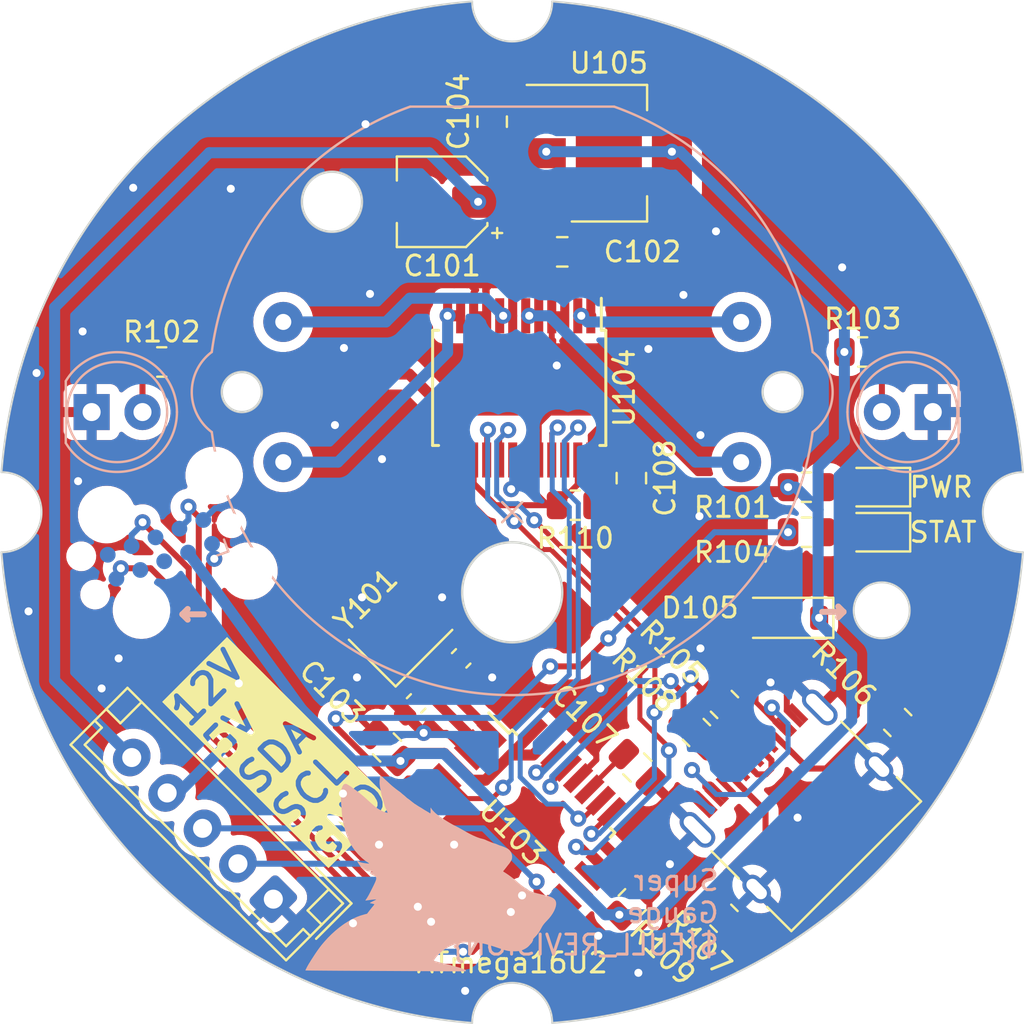
<source format=kicad_pcb>
(kicad_pcb (version 20221018) (generator pcbnew)
  (layers (0 "F.Cu" signal) (31 "B.Cu" signal) (34 "B.Paste" user) (35 "F.Paste" user) (36 "B.SilkS" user "B.Silkscreen") (37 "F.SilkS" user "F.Silkscreen") (38 "B.Mask" user) (39 "F.Mask" user) (44 "Edge.Cuts" user))
  (net 0 "")
  (net 1 "/XTAL2")
  (net 2 "/XTAL1")
  (net 3 "GND")
  (net 4 "+12V")
  (net 6 "Net-(U103-UCAP)")
  (net 15 "/ICSP_MOSI")
  (net 16 "Net-(D104-A)")
  (net 17 "Net-(J101-CC1)")
  (net 18 "/USB+")
  (net 19 "/USB-")
  (net 20 "+5V")
  (net 21 "Net-(D101-A)")
  (net 22 "Net-(D105-A)")
  (net 23 "Net-(U104-PWMA)")
  (net 25 "Net-(U101-Pad1)")
  (net 26 "/SCL")
  (net 27 "/SDA")
  (net 28 "Net-(D102-A)")
  (net 29 "Net-(D103-A)")
  (net 31 "Net-(J101-CC2)")
  (net 33 "Net-(U103-PD0)")
  (net 36 "/ICSP_RST")
  (net 38 "/ICSP_SCK")
  (net 40 "/ICSP_MISO")
  (net 41 "Net-(U103-D+)")
  (net 42 "Net-(U103-D-)")
  (net 43 "Net-(U101-Pad2)")
  (net 44 "Net-(U101-Pad3)")
  (net 45 "Net-(U101-Pad4)")
  (net 46 "/BIN2")
  (net 47 "/BIN1")
  (net 48 "/AIN1")
  (net 49 "/AIN2")
  (footprint "Capacitor_SMD:C_0805_2012Metric" (layer "F.Cu") (at 2.5245 -12.975)
    (fp_text reference "C102")
    (fp_text value "100nF")
  )
  (footprint "Resistor_SMD:R_0805_2012Metric" (layer "F.Cu") (at 14.712 1.025)
    (fp_text reference "R104")
    (fp_text value "1K")
  )
  (footprint "Resistor_SMD:R_0805_2012Metric" (layer "F.Cu") (at 6.0245 19.525 -135)
    (fp_text reference "R109")
    (fp_text value "10k")
  )
  (footprint "Package_SO:SSOP-24_5.3x8.2mm_P0.65mm" (layer "F.Cu") (at 0.3745 -6.1825 -90)
    (fp_text reference "U104")
    (fp_text value "TB6612FNG")
  )
  (footprint "Package_QFP:TQFP-32_7x7mm_P0.8mm" (layer "F.Cu") (at 0.0245 16.025 -45)
    (fp_text reference "U103")
    (fp_text value "ATmega16U2")
  )
  (footprint "Resistor_SMD:R_0805_2012Metric" (layer "F.Cu") (at 9.2245 11.025 135)
    (fp_text reference "R108")
    (fp_text value "22R")
  )
  (footprint "Crystal:Crystal_SMD_3225-4Pin_3.2x2.5mm" (layer "F.Cu") (at -5.548723 6.146142 45)
    (fp_text reference "Y101")
    (fp_text value "Crystal_GND24" hide)
  )
  (footprint "Resistor_SMD:R_0805_2012Metric" (layer "F.Cu") (at 10.6245 9.625 135)
    (fp_text reference "R105")
    (fp_text value "22R")
  )
  (footprint "Capacitor_SMD:C_0603_1608Metric" (layer "F.Cu") (at -2.523508 7.323008 45)
    (fp_text reference "C106" hide)
    (fp_text value "22pf")
  )
  (footprint "LED_SMD:LED_0805_2012Metric" (layer "F.Cu") (at 18.212 -1.225 180)
    (fp_text reference "D101" hide)
    (fp_text value "PWR")
  )
  (footprint "Capacitor_SMD:C_0805_2012Metric" (layer "F.Cu") (at -0.9755 -19.475 90)
    (fp_text reference "C104")
    (fp_text value "1uF")
  )
  (footprint "Diode_SMD:D_SOD-123" (layer "F.Cu") (at 13.7 5.3 180)
    (fp_text reference "D105")
    (fp_text value "MBR0520LT")
  )
  (footprint "Resistor_SMD:R_0805_2012Metric" (layer "F.Cu") (at 14.712 -1.225)
    (fp_text reference "R101")
    (fp_text value "1K")
  )
  (footprint "Capacitor_SMD:C_0805_2012Metric" (layer "F.Cu") (at -6.2255 11.775 135)
    (fp_text reference "C103")
    (fp_text value "100nF")
  )
  (footprint "Resistor_SMD:R_0805_2012Metric" (layer "F.Cu") (at -17.4755 -7.475 180)
    (fp_text reference "R102")
    (fp_text value "1K")
  )
  (footprint "Capacitor_SMD:C_0805_2012Metric" (layer "F.Cu") (at 6.2745 12.775 -45)
    (fp_text reference "C107")
    (fp_text value "1u")
  )
  (footprint "Capacitor_SMD:C_0805_2012Metric" (layer "F.Cu") (at 5.9745 -1.675 -90)
    (fp_text reference "C108")
    (fp_text value "1u")
  )
  (footprint "Package_TO_SOT_SMD:SOT-223-3_TabPin2" (layer "F.Cu") (at 4.85 -17.9)
    (fp_text reference "U105")
    (fp_text value "LM1117MP-5.0")
  )
  (footprint "Resistor_SMD:R_0805_2012Metric" (layer "F.Cu") (at 3.1745 -0.325 180)
    (fp_text reference "R110")
    (fp_text value "10k")
  )
  (footprint "Resistor_SMD:R_0805_2012Metric" (layer "F.Cu") (at 19.2745 10.525 135)
    (fp_text reference "R106")
    (fp_text value "5K1")
  )
  (footprint "Capacitor_SMD:C_0603_1608Metric" (layer "F.Cu") (at -4.773508 9.573008 -135)
    (fp_text reference "C105" hide)
    (fp_text value "22pf")
  )
  (footprint "Capacitor_SMD:CP_Elec_4x3" (layer "F.Cu") (at -3.4755 -15.475 180)
    (fp_text reference "C101")
    (fp_text value "10uf")
  )
  (footprint "Resistor_SMD:R_0805_2012Metric" (layer "F.Cu") (at 10.6 20.3 135)
    (fp_text reference "R107")
    (fp_text value "5K1")
  )
  (footprint "Connector_USB:USB_C_Receptacle_XKB_U262-16XN-4BVC11" (layer "F.Cu") (at 14.5245 15.025 45)
    (fp_text reference "J101" hide)
    (fp_text value "USBC")
  )
  (footprint "Connector_JST:JST_EH_B5B-EH-A_1x05_P2.50mm_Vertical" (layer "F.Cu") (at -11.902098 19.346068 135)
    (fp_text reference "J102" hide)
    (fp_text value "MainConn")
  )
  (footprint "LED_SMD:LED_0805_2012Metric" (layer "F.Cu") (at 18.212 1.025 180)
    (fp_text reference "D104" hide)
    (fp_text value "STAT")
  )
  (footprint "Resistor_SMD:R_0805_2012Metric" (layer "F.Cu") (at 17.5245 -7.975)
    (fp_text reference "R103")
    (fp_text value "1K")
  )
  (footprint "LED_THT:LED_D5.0mm_Clear" (layer "B.Cu") (at -20.9755 -4.975)
    (fp_text reference "D102" hide)
    (fp_text value "BACKLIGHTING")
  )
  (footprint "KenwoodFox:KITSUNE_LOGO" (layer "B.Cu") (at -3.9755 18.025 180)
    (fp_text reference "G***" hide)
    (fp_text value "LOGO" hide)
  )
  (footprint "Connector:Tag-Connect_TC2050-IDC-FP_2x05_P1.27mm_Vertical" (layer "B.Cu") (at -17.567683 1.878295 -160)
    (fp_text reference "J103" hide)
    (fp_text value "Tag Connect")
  )
  (footprint "KenwoodFox:X27-168" (layer "B.Cu") (at 0.0245 -5.975 180)
    (fp_text reference "U101")
    (fp_text value "~" hide)
    (fp_circle (center -13.5 0) (end -12.5 0) (stroke (width 0.12)) (fill none) (layer "Edge.Cuts"))
    (fp_circle (center 0 -10) (end 2.5 -10) (stroke (width 0.12)) (fill none) (layer "Edge.Cuts"))
    (fp_circle (center 9 9.5) (end 10.5 9.5) (stroke (width 0.12)) (fill none) (layer "Edge.Cuts"))
    (fp_circle (center 13.5 0) (end 14.5 0) (stroke (width 0.12)) (fill none) (layer "Edge.Cuts"))
  )
  (footprint "LED_THT:LED_D5.0mm_Clear" (layer "B.Cu") (at 21.0245 -4.975 180)
    (fp_text reference "D103" hide)
    (fp_text value "BACKLIGHTING")
  )
  (gr_arc (start -25.4755 -1.975) (mid -18.062097 -18.061597) (end -1.9755 -25.475) (stroke (width 0.1)) (layer "Edge.Cuts"))
  (gr_arc (start -1.9755 25.525) (mid -18.062097 18.111597) (end -25.4755 2.025) (stroke (width 0.1)) (layer "Edge.Cuts"))
  (gr_arc (start -1.9755 25.525) (mid 0.0245 23.525) (end 2.0245 25.525) (stroke (width 0.1)) (layer "Edge.Cuts"))
  (gr_arc (start -25.4755 -1.975) (mid -23.4755 0.025) (end -25.4755 2.025) (stroke (width 0.1)) (layer "Edge.Cuts"))
  (gr_arc (start 2.0245 -25.475) (mid 0.0245 -23.475) (end -1.9755 -25.475) (stroke (width 0.1)) (layer "Edge.Cuts"))
  (gr_arc (start 2.0245 -25.475) (mid 18.111097 -18.061597) (end 25.5245 -1.975) (stroke (width 0.1)) (layer "Edge.Cuts"))
  (gr_circle (center 18.4755 4.925) (end 19.8755 4.925) (stroke (width 0.1)) (fill none) (layer "Edge.Cuts"))
  (gr_arc (start 25.5245 2.025) (mid 18.111097 18.111597) (end 2.0245 25.525) (stroke (width 0.1)) (layer "Edge.Cuts"))
  (gr_arc (start 25.5245 2.025) (mid 23.5245 0.025) (end 25.5245 -1.975) (stroke (width 0.1)) (layer "Edge.Cuts"))
  (gr_text "←" (at 17.1 5.1 180) (layer "B.SilkS") (effects (font (size 1.4 1.4) (thickness 0.3) bold) (justify left)))
  (gr_text "←" (at -16.9755 5.025) (layer "B.SilkS") (effects (font (size 1.4 1.4) (thickness 0.3) bold) (justify left)))
  (gr_text "Super\nGauge\n${FULL_REVISION}" (at 10.4245 20.025) (layer "B.SilkS") (effects (font (size 1 1)) (justify left mirror)))
  (gr_text "12V\n5V\nSDA\nSCL\nGND" (at -17.402098 9.772666 45) (layer "F.SilkS" knockout) (effects (font (size 1.5 1.5) (thickness 0.25) bold) (justify left top)))
  (segment (start -5.7255 7.525) (end -4.2255 9.025) (width 0.5) (layer "F.Cu") (net 1))
  (segment (start -1.644917 11.605583) (end -4.2255 9.025) (width 0.5) (layer "F.Cu") (net 1))
  (segment (start -1.56649 11.605583) (end -1.644917 11.605583) (width 0.5) (layer "F.Cu") (net 1))
  (segment (start -3.071516 8.969186) (end -1.000805 11.039897) (width 0.5) (layer "F.Cu") (net 2))
  (segment (start -3.071516 7.871016) (end -3.071516 8.969186) (width 0.5) (layer "F.Cu") (net 2))
  (segment (start -3.75314 7.871016) (end -3.82385 7.871016) (width 0.4) (layer "F.Cu") (net 2))
  (segment (start -5.7255 5.120838) (end -5.371946 4.767284) (width 0.4) (layer "F.Cu") (net 2))
  (segment (start -3.75314 7.871016) (end -3.071516 7.871016) (width 0.5) (layer "F.Cu") (net 2))
  (segment (start -3.82385 7.871016) (end -5.7255 5.969366) (width 0.4) (layer "F.Cu") (net 2))
  (segment (start -5.7255 5.969366) (end -5.7255 5.120838) (width 0.4) (layer "F.Cu") (net 2))
  (segment (start -0.0255 -1.125) (end -0.0755 -1.125) (width 0.3) (layer "F.Cu") (net 3))
  (segment (start 2.6495 -8.65) (end 2.5245 -8.525) (width 0.3) (layer "F.Cu") (net 3))
  (segment (start 4.2245 12.390686) (end 4.2245 12.125) (width 0.3) (layer "F.Cu") (net 3))
  (segment (start -0.0755 -1.125) (end 0.0245 -1.225) (width 0.3) (layer "F.Cu") (net 3))
  (segment (start -1.9005 -8.6) (end -1.8255 -8.525) (width 0.3) (layer "F.Cu") (net 3))
  (segment (start 13.737051 9.924199) (end 13.737051 9.162949) (width 0.3) (layer "F.Cu") (net 3))
  (segment (start 1.9995 -9.7825) (end 1.9995 -10.95) (width 0.3) (layer "F.Cu") (net 3))
  (segment (start 9.8 14.798726) (end 9.201274 14.2) (width 0.55) (layer "F.Cu") (net 3))
  (segment (start -1.9005 -10.95) (end -1.7755 -11.075) (width 0.3) (layer "F.Cu") (net 3))
  (segment (start -1.2505 -8.6) (end -1.3255 -8.525) (width 0.3) (layer "F.Cu") (net 3))
  (segment (start -2.132176 12.171268) (end -3.257428 11.046016) (width 0.3) (layer "F.Cu") (net 3))
  (segment (start -3.257428 11.046016) (end -4.396516 11.046016) (width 0.3) (layer "F.Cu") (net 3))
  (segment (start 1.9995 -10.95) (end 2.0745 -11.025) (width 0.3) (layer "F.Cu") (net 3))
  (segment (start -2.4755 6.275) (end -2.4755 5.275) (width 0.5) (layer "F.Cu") (net 3))
  (segment (start -1.9005 -9.7825) (end -1.9005 -8.6) (width 0.3) (layer "F.Cu") (net 3))
  (segment (start -4.396516 11.046016) (end -5.321516 10.121016) (width 0.5) (layer "F.Cu") (net 3))
  (segment (start -1.2505 -8.6) (end -1.2505 -9.7825) (width 0.3) (layer "F.Cu") (net 3))
  (segment (start 14.086094 10.273242) (end 13.737051 9.924199) (width 0.3) (layer "F.Cu") (net 3))
  (segment (start 2.6495 -10.95) (end 2.5745 -11.025) (width 0.3) (layer "F.Cu") (net 3))
  (segment (start 13.737051 9.162949) (end 13.9 9) (width 0.3) (layer "F.Cu") (net 3))
  (segment (start -1.2505 -9.7825) (end -1.2505 -11.05) (width 0.3) (layer "F.Cu") (net 3))
  (segment (start -6.897251 11.003249) (end -7.6755 10.225) (width 0.3) (layer "F.Cu") (net 3))
  (segment (start 0.0495 -1.25) (end -0.0255 -1.175) (width 0.3) (layer "F.Cu") (net 3))
  (segment (start 9.201274 14.2) (end 8.4 14.2) (width 0.55) (layer "F.Cu") (net 3))
  (segment (start -1.9755 6.775) (end -2.4755 6.275) (width 0.5) (layer "F.Cu") (net 3))
  (segment (start 0.0495 -2.5825) (end 0.0495 -1.25) (width 0.3) (layer "F.Cu") (net 3))
  (segment (start 3.312547 13.302639) (end 4.2245 12.390686) (width 0.3) (layer "F.Cu") (net 3))
  (segment (start 2.6495 -9.7825) (end 2.6495 -8.65) (width 0.3) (layer "F.Cu") (net 3))
  (segment (start 1.9995 -9.7825) (end 1.9995 -8.5) (width 0.3) (layer "F.Cu") (net 3))
  (segment (start 1.9995 -8.5) (end 2.0245 -8.475) (width 0.3) (layer "F.Cu") (net 3))
  (segment (start 2.6495 -9.7825) (end 2.6495 -10.95) (width 0.3) (layer "F.Cu") (net 3))
  (segment (start -1.9005 -9.7825) (end -1.9005 -10.95) (width 0.3) (layer "F.Cu") (net 3))
  (segment (start -0.0255 -1.175) (end -0.0255 -1.125) (width 0.3) (layer "F.Cu") (net 3))
  (via (at -0.9755 8.275) (size 0.8) (drill 0.4) (layers "F.Cu" "B.Cu") (net 3))
  (via (at 4.4245 8.825) (size 0.8) (drill 0.4) (layers "F.Cu" "B.Cu") (net 3))
  (via (at -21.4255 -9) (size 0.8) (drill 0.4) (layers "F.Cu" "B.Cu") (net 3))
  (via (at -7.7255 8.275) (size 0.8) (drill 0.4) (layers "F.Cu" "B.Cu") (net 3))
  (via (at -24.1255 4.975) (size 0.8) (drill 0.4) (layers "F.Cu" "B.Cu") (net 3))
  (via (at -8.8255 -4.325) (size 0.8) (drill 0.4) (layers "F.Cu" "B.Cu") (net 3))
  (via (at -7.4755 4.275) (size 0.8) (drill 0.4) (layers "F.Cu" "B.Cu") (net 3))
  (via (at -7.3005 -19.35) (size 0.8) (drill 0.4) (layers "F.Cu" "B.Cu") (net 3))
  (via (at 9.4245 6.825) (size 0.8) (drill 0.4) (layers "F.Cu" "B.Cu") (net 3))
  (via (at -20.4755 8.825) (size 0.8) (drill 0.4) (layers "F.Cu" "B.Cu") (net 3))
  (via (at -2.8755 16.625) (size 0.8) (drill 0.4) (layers "F.Cu" "B.Cu") (net 3))
  (via (at -3.4755 4.275) (size 0.8) (drill 0.4) (layers "F.Cu" "B.Cu") (net 3))
  (via (at 12.9245 8.525) (size 0.8) (drill 0.4) (layers "F.Cu" "B.Cu") (net 3))
  (via (at 9.4245 -3.825) (size 0.8) (drill 0.4) (layers "F.Cu" "B.Cu") (net 3))
  (via (at 16.5 -12.2) (size 0.8) (drill 0.4) (layers "F.Cu" "B.Cu") (net 3))
  (via (at 4.3245 21.175) (size 0.8) (drill 0.4) (layers "F.Cu" "B.Cu") (net 3))
  (via (at 6.3245 23.025) (size 0.8) (drill 0.4) (layers "F.Cu" "B.Cu") (net 3))
  (via (at -8.4255 14.075) (size 0.8) (drill 0.4) (layers "F.Cu" "B.Cu") (net 3))
  (via (at -14.0255 -16.125) (size 0.8) (drill 0.4) (layers "F.Cu" "B.Cu") (net 3))
  (via (at 8.5745 -10.825) (size 0.8) (drill 0.4) (layers "F.Cu" "B.Cu") (net 3))
  (via (at 10.2 -14) (size 0.8) (drill 0.4) (layers "F.Cu" "B.Cu") (net 3))
  (via (at 14.2745 15.275) (size 0.8) (drill 0.4) (layers "F.Cu" "B.Cu") (net 3))
  (via (at -4.396516 11.046016) (size 0.8) (drill 0.4) (layers "F.Cu" "B.Cu") (net 3))
  (via (at -23.7255 -6.925) (size 0.8) (drill 0.4) (layers "F.Cu" "B.Cu") (net 3))
  (via (at 2.2495 -7.3) (size 0.8) (drill 0.4) (layers "F.Cu" "B.Cu") (net 3))
  (via (at 9.3745 0.225) (size 0.8) (drill 0.4) (layers "F.Cu" "B.Cu") (net 3))
  (via (at -7.9255 20.55) (size 0.8) (drill 0.4) (layers "F.Cu" "B.Cu") (net 3))
  (via (at 7.9 17.6) (size 0.8) (drill 0.4) (layers "F.Cu" "B.Cu") (net 3))
  (via (at -13.6255 8.575) (size 0.8) (drill 0.4) (layers "F.Cu" "B.Cu") (net 3))
  (via (at -0.0255 -1.125) (size 0.8) (drill 0.4) (layers "F.Cu" "B.Cu") (net 3))
  (via (at -18.9005 -16.175) (size 0.8) (drill 0.4) (layers "F.Cu" "B.Cu") (net 3))
  (via (at -8.3755 -8.175) (size 0.8) (drill 0.4) (layers "F.Cu" "B.Cu") (net 3))
  (via (at -6.6255 16.625) (size 0.8) (drill 0.4) (layers "F.Cu" "B.Cu") (net 3))
  (via (at -7.0755 -10.875) (size 0.8) (drill 0.4) (layers "F.Cu" "B.Cu") (net 3))
  (via (at 6.8245 -8.125) (size 0.8) (drill 0.4) (layers "F.Cu" "B.Cu") (net 3))
  (via (at -19.6255 7.325) (size 0.8) (drill 0.4) (layers "F.Cu" "B.Cu") (net 3))
  (via (at -21.6505 -1.525) (size 0.8) (drill 0.4) (layers "F.Cu" "B.Cu") (net 3))
  (via (at -6.4755 -2.625) (size 0.8) (drill 0.4) (layers "F.Cu" "B.Cu") (net 3))
  (via (at -2.3255 23.925) (size 0.8) (drill 0.4) (layers "F.Cu" "B.Cu") (net 3))
  (segment (start -14.810188 -0.175) (end -14.5755 -0.175) (width 0.3) (layer "B.Cu") (net 3))
  (segment (start -15.398047 0.412859) (end -14.810188 -0.175) (width 0.3) (layer "B.Cu") (net 3))
  (segment (start -1.6755 -15.475) (end 1.5245 -15.475) (width 0.55) (layer "F.Cu") (net 4))
  (segment (start 1.5745 -15.525) (end 1.5745 -12.975) (width 0.55) (layer "F.Cu") (net 4))
  (segment (start 1.7245 -15.675) (end 1.5745 -15.525) (width 0.55) (layer "F.Cu") (net 4))
  (segment (start 1.5245 -15.475) (end 1.7245 -15.675) (width 0.55) (layer "F.Cu") (net 4))
  (via (at -1.6755 -15.475) (size 0.8) (drill 0.4) (layers "F.Cu" "B.Cu") (net 4))
  (segment (start -22.822481 -10.203019) (end -15.1005 -17.925) (width 0.55) (layer "B.Cu") (net 4))
  (segment (start -22.822481 8.425685) (end -22.822481 -10.203019) (width 0.55) (layer "B.Cu") (net 4))
  (segment (start -4.1255 -17.925) (end -1.6755 -15.475) (width 0.55) (layer "B.Cu") (net 4))
  (segment (start -15.1005 -17.925) (end -4.1255 -17.925) (width 0.55) (layer "B.Cu") (net 4))
  (segment (start -18.973166 12.275) (end -22.822481 8.425685) (width 0.55) (layer "B.Cu") (net 4))
  (segment (start 3.878232 13.827766) (end 5.602749 12.103249) (width 0.25) (layer "F.Cu") (net 6))
  (segment (start 3.878232 13.868324) (end 3.878232 13.827766) (width 0.25) (layer "F.Cu") (net 6))
  (segment (start -14.893394 2.394396) (end -15.1255 2.626502) (width 0.3) (layer "F.Cu") (net 15))
  (segment (start -5.060288 19.726) (end -4.68762 19.726) (width 0.3) (layer "F.Cu") (net 15))
  (segment (start -2.4255 21.9745) (end -1.965202 21.9745) (width 0.3) (layer "F.Cu") (net 15))
  (segment (start -1.965202 21.9745) (end -1.000805 21.010103) (width 0.3) (layer "F.Cu") (net 15))
  (segment (start -14.851024 2.352026) (end -14.893394 2.394396) (width 0.25) (layer "F.Cu") (net 15))
  (segment (start -15.1255 2.626502) (end -15.1255 9.660788) (width 0.3) (layer "F.Cu") (net 15))
  (segment (start -15.1255 9.660788) (end -5.060288 19.726) (width 0.3) (layer "F.Cu") (net 15))
  (via (at -4.68762 19.726) (size 0.8) (drill 0.4) (layers "F.Cu" "B.Cu") (net 15))
  (via (at -14.851024 2.352026) (size 0.8) (drill 0.4) (layers "F.Cu" "B.Cu") (net 15))
  (via (at -2.4255 21.9745) (size 0.8) (drill 0.4) (layers "F.Cu" "B.Cu") (net 15))
  (segment (start -4.7755 19.81388) (end -4.7755 20.825) (width 0.3) (layer "B.Cu") (net 15))
  (segment (start -4.68762 19.726) (end -4.7755 19.81388) (width 0.3) (layer "B.Cu") (net 15))
  (segment (start -14.963681 1.606269) (end -14.963681 2.239369) (width 0.25) (layer "B.Cu") (net 15))
  (segment (start -14.963681 2.239369) (end -14.851024 2.352026) (width 0.25) (layer "B.Cu") (net 15))
  (segment (start -3.626 21.9745) (end -2.4255 21.9745) (width 0.3) (layer "B.Cu") (net 15))
  (segment (start -4.7755 20.825) (end -3.626 21.9745) (width 0.3) (layer "B.Cu") (net 15))
  (segment (start 15.6245 1.025) (end 17.2745 1.025) (width 0.3) (layer "F.Cu") (net 16))
  (segment (start 12.6745 16.0255) (end 10.7 18) (width 0.3) (layer "F.Cu") (net 17))
  (segment (start 10.7 18.90953) (end 9.954765 19.654765) (width 0.3) (layer "F.Cu") (net 17))
  (segment (start 11.045535 13.313802) (end 12.6745 14.942767) (width 0.3) (layer "F.Cu") (net 17))
  (segment (start 12.6745 14.942767) (end 12.6745 16.0255) (width 0.3) (layer "F.Cu") (net 17))
  (segment (start 10.7 18) (end 10.7 18.90953) (width 0.3) (layer "F.Cu") (net 17))
  (segment (start 12.968847 12.408685) (end 12.968847 12.830653) (width 0.3) (layer "F.Cu") (net 18))
  (segment (start 11.8245 11.264341) (end 11.8245 10.825) (width 0.3) (layer "F.Cu") (net 18))
  (segment (start 12.459748 11.899588) (end 12.968847 12.408685) (width 0.3) (layer "F.Cu") (net 18))
  (segment (start 12.968847 12.830653) (end 12.683707 13.115793) (width 0.3) (layer "F.Cu") (net 18))
  (segment (start 12.683707 13.115793) (end 12.261739 13.115793) (width 0.3) (layer "F.Cu") (net 18))
  (segment (start 11.8245 10.825) (end 11.269735 10.270235) (width 0.3) (layer "F.Cu") (net 18))
  (segment (start 12.459748 11.899588) (end 11.8245 11.264341) (width 0.3) (layer "F.Cu") (net 18))
  (segment (start 12.261739 13.115793) (end 11.752641 12.606695) (width 0.3) (layer "F.Cu") (net 18))
  (segment (start 10.66384 12.225) (end 10.4245 12.225) (width 0.3) (layer "F.Cu") (net 19))
  (segment (start 10.889989 12.451149) (end 11.399088 12.960248) (width 0.3) (layer "F.Cu") (net 19))
  (segment (start 10.889989 12.451149) (end 10.66384 12.225) (width 0.3) (layer "F.Cu") (net 19))
  (segment (start 11.305456 11.744044) (end 10.889989 12.159511) (width 0.3) (layer "F.Cu") (net 19))
  (segment (start 12.106195 12.253141) (end 11.597096 11.744044) (width 0.3) (layer "F.Cu") (net 19))
  (segment (start 10.4245 12.225) (end 9.869735 11.670235) (width 0.3) (layer "F.Cu") (net 19))
  (segment (start 10.889989 12.159511) (end 10.889989 12.451149) (width 0.3) (layer "F.Cu") (net 19))
  (segment (start 11.597096 11.744044) (end 11.305456 11.744044) (width 0.3) (layer "F.Cu") (net 19))
  (segment (start 3.9495 -3.8) (end 4.6745 -4.525) (width 0.3) (layer "F.Cu") (net 20))
  (segment (start -3.2755 -5.075) (end -3.3005 -5.05) (width 0.55) (layer "F.Cu") (net 20))
  (segment (start 4.1245 -5.075) (end 4.6745 -4.525) (width 0.55) (layer "F.Cu") (net 20))
  (segment (start -1.316706 13.406408) (end -0.155399 12.245101) (width 0.55) (layer "F.Cu") (net 20))
  (segment (start -2.697861 12.736953) (end -2.028406 13.406408) (width 0.55) (layer "F.Cu") (net 20))
  (segment (start -3.2005 -2.5825) (end -3.193 -2.575) (width 0.55) (layer "F.Cu") (net 20))
  (segment (start 3.9495 -2.5825) (end 3.9495 -1.7) (width 0.3) (layer "F.Cu") (net 20))
  (segment (start -2.8755 -3.4) (end -2.8755 -4.175) (width 0.55) (layer "F.Cu") (net 20))
  (segment (start 1.3495 -4.4) (end 1.3495 -2.5825) (width 0.3) (layer "F.Cu") (net 20))
  (segment (start 5.9745 -3.225) (end 4.6745 -4.525) (width 0.55) (layer "F.Cu") (net 20))
  (segment (start 1.7245 -17.975) (end 0.6745 -17.975) (width 0.55) (layer "F.Cu") (net 20))
  (segment (start 5.379265 20.129765) (end 5.3745 20.125) (width 0.55) (layer "F.Cu") (net 20))
  (segment (start -3.367315 12.067499) (end -5.174497 12.067499) (width 0.55) (layer "F.Cu") (net 20))
  (segment (start -5.1255 -6.875) (end -3.3255 -5.075) (width 0.55) (layer "F.Cu") (net 20))
  (segment (start -2.6005 -2.875) (end -2.6005 -4.4) (width 0.55) (layer "F.Cu") (net 20))
  (segment (start 13.5745 -1) (end 8.8995 -1) (width 0.55) (layer "F.Cu") (net 20))
  (segment (start 2.8245 -5.075) (end 4.1245 -5.075) (width 0.55) (layer "F.Cu") (net 20))
  (segment (start -16.563 -7.475) (end -12.3755 -7.475) (width 0.55) (layer "F.Cu") (net 20))
  (segment (start 8.8995 -1) (end 7.2745 -2.625) (width 0.55) (layer "F.Cu") (net 20))
  (segment (start -5.174497 12.067499) (end -5.553749 12.446751) (width 0.55) (layer "F.Cu") (net 20))
  (segment (start 13.7995 -1.225) (end 13.5745 -1) (width 0.55) (layer "F.Cu") (net 20))
  (segment (start -3.2005 -5) (end -3.2005 -2.5825) (width 0.55) (layer "F.Cu") (net 20))
  (segment (start -2.697861 12.736953) (end -3.367315 12.067499) (width 0.55) (layer "F.Cu") (net 20))
  (segment (start 1.61549 11.605583) (end 1.071073 12.15) (width 0.55) (layer "F.Cu") (net 20))
  (segment (start 7.2745 -2.625) (end 5.9745 -2.625) (width 0.55) (layer "F.Cu") (net 20))
  (segment (start 2.0245 -5.075) (end 1.3495 -4.4) (width 0.3) (layer "F.Cu") (net 20))
  (segment (start -2.028406 13.406408) (end -1.316706 13.406408) (width 0.55) (layer "F.Cu") (net 20))
  (segment (start -12.3755 -7.475) (end -11.7755 -6.875) (width 0.55) (layer "F.Cu") (net 20))
  (segment (start 5.379265 20.170235) (end 5.379265 20.129765) (width 0.55) (layer "F.Cu") (net 20))
  (segment (start -0.155399 12.245101) (end 1.049805 11.039897) (width 0.55) (layer "F.Cu") (net 20))
  (segment (start 5.9745 -2.625) (end 5.9745 -3.225) (width 0.55) (layer "F.Cu") (net 20))
  (segment (start -3.193 -2.575) (end -2.7755 -2.575) (width 0.55) (layer "F.Cu") (net 20))
  (segment (start -2.7755 -3.3) (end -2.8755 -3.4) (width 0.55) (layer "F.Cu") (net 20))
  (segment (start -2.7755 -2.575) (end -2.7755 -3.3) (width 0.55) (layer "F.Cu") (net 20))
  (segment (start 0.6745 -17.975) (end 0.1245 -18.525) (width 0.55) (layer "F.Cu") (net 20))
  (segment (start 0.1245 -18.525) (end -0.9755 -18.525) (width 0.55) (layer "F.Cu") (net 20))
  (segment (start 1.071073 12.15) (end -0.060298 12.15) (width 0.55) (layer "F.Cu") (net 20))
  (segment (start 2.8245 -5.075) (end 2.0245 -5.075) (width 0.3) (layer "F.Cu") (net 20))
  (segment (start 2.8245 -5.075) (end -3.2755 -5.075) (width 0.55) (layer "F.Cu") (net 20))
  (segment (start 3.9495 -2.5825) (end 3.9495 -3.8) (width 0.3) (layer "F.Cu") (net 20))
  (segment (start -2.8755 -4.175) (end -1.9755 -5.075) (width 0.55) (layer "F.Cu") (net 20))
  (segment (start 8 -17.9) (end 8 -17.975) (width 0.3) (layer "F.Cu") (net 20))
  (segment (start -2.6005 -4.4) (end -2.8755 -4.675) (width 0.55) (layer "F.Cu") (net 20))
  (segment (start -3.3255 -5.075) (end -3.2755 -5.075) (width 0.55) (layer "F.Cu") (net 20))
  (segment (start -11.7755 -6.875) (end -5.1255 -6.875) (width 0.55) (layer "F.Cu") (net 20))
  (segment (start 4.087 -1.5625) (end 4.087 -0.325) (width 0.3) (layer "F.Cu") (net 20))
  (segment (start -1.9755 -5.075) (end -1.7755 -5.075) (width 0.55) (layer "F.Cu") (net 20))
  (segment (start -3.2755 -5.075) (end -3.2005 -5) (width 0.55) (layer "F.Cu") (net 20))
  (segment (start 3.9495 -1.7) (end 4.087 -1.5625) (width 0.3) (layer "F.Cu") (net 20))
  (via (at 16.612 -7.975) (size 0.8) (drill 0.4) (layers "F.Cu" "B.Cu") (net 20))
  (via (at 13.7995 -1.225) (size 0.8) (drill 0.4) (layers "F.Cu" "B.Cu") (net 20))
  (via (at -5.553749 12.446751) (size 0.8) (drill 0.4) (layers "F.Cu" "B.Cu") (net 20))
  (via (at 15.35 5.3) (size 0.8) (drill 0.4) (layers "F.Cu" "B.Cu") (net 20))
  (via (at 1.7245 -17.975) (size 0.8) (drill 0.4) (layers "F.Cu" "B.Cu") (net 20))
  (via (at 5.3745 20.125) (size 0.8) (drill 0.4) (layers "F.Cu" "B.Cu") (net 20))
  (via (at 8 -17.975) (size 0.8) (drill 0.4) (layers "F.Cu" "B.Cu") (net 20))
  (segment (start 15.3 5.488) (end 15.3 -0.1) (width 0.55) (layer "B.Cu") (net 20))
  (segment (start 16.612 -3.525) (end 16.612 -7.975) (width 0.55) (layer "B.Cu") (net 20))
  (segment (start 8 -17.975) (end 8.4245 -17.975) (width 0.55) (layer "B.Cu") (net 20))
  (segment (start -17.205399 14.042767) (end -16.643267 14.042767) (width 0.55) (layer "B.Cu") (net 20))
  (segment (start 7.2745 20.125) (end 15.3995 12) (width 0.55) (layer "B.Cu") (net 20))
  (segment (start -10.476115 9.874385) (end -16.157091 2.040634) (width 0.55) (layer "B.Cu") (net 20))
  (segment (start 16.612 -9.7875) (end 16.612 -7.975) (width 0.55) (layer "B.Cu") (net 20))
  (segment (start 5.3745 20.125) (end 4.6745 20.125) (width 0.55) (layer "B.Cu") (net 20))
  (segment (start 13.7995 -1.225) (end 14.175 -1.225) (width 0.55) (layer "B.Cu") (net 20))
  (segment (start 4.6745 20.125) (end -3.3755 12.075) (width 0.55) (layer "B.Cu") (net 20))
  (segment (start 15.3995 12) (end 16.9745 10.425) (width 0.55) (layer "B.Cu") (net 20))
  (segment (start 15.3 5.488) (end 15.3 5.35) (width 0.55) (layer "B.Cu") (net 20))
  (segment (start 16.9745 10.425) (end 16.9745 7.1625) (width 0.55) (layer "B.Cu") (net 20))
  (segment (start -3.3755 12.075) (end -5.181998 12.075) (width 0.55) (layer "B.Cu") (net 20))
  (segment (start -16.643267 14.042767) (end -12.474885 9.874385) (width 0.55) (layer "B.Cu") (net 20))
  (segment (start -7.90252 12.446751) (end -5.553749 12.446751) (width 0.55) (layer "B.Cu") (net 20))
  (segment (start 15.3 5.35) (end 15.35 5.3) (width 0.55) (layer "B.Cu") (net 20))
  (segment (start 16.9745 7.1625) (end 15.3 5.488) (width 0.55) (layer "B.Cu") (net 20))
  (segment (start 15.3 -2.213) (end 16.612 -3.525) (width 0.55) (layer "B.Cu") (net 20))
  (segment (start -12.474885 9.874385) (end -10.474885 9.874385) (width 0.55) (layer "B.Cu") (net 20))
  (segment (start 15.3 -0.1) (end 15.3 -2.213) (width 0.55) (layer "B.Cu") (net 20))
  (segment (start 14.175 -1.225) (end 15.3 -0.1) (width 0.55) (layer "B.Cu") (net 20))
  (segment (start 8.4245 -17.975) (end 16.612 -9.7875) (width 0.55) (layer "B.Cu") (net 20))
  (segment (start -5.181998 12.075) (end -5.553749 12.446751) (width 0.55) (layer "B.Cu") (net 20))
  (segment (start -10.474885 9.874385) (end -10.476115 9.874385) (width 0.55) (layer "B.Cu") (net 20))
  (segment (start -10.474885 9.874385) (end -7.90252 12.446751) (width 0.55) (layer "B.Cu") (net 20))
  (segment (start 1.7245 -17.975) (end 8 -17.975) (width 0.55) (layer "B.Cu") (net 20))
  (segment (start 5.3745 20.125) (end 7.2745 20.125) (width 0.55) (layer "B.Cu") (net 20))
  (segment (start 17.2745 -1.225) (end 15.6245 -1.225) (width 0.3) (layer "F.Cu") (net 21))
  (segment (start 12.1995 9.51802) (end 12.1995 5.4495) (width 0.25) (layer "F.Cu") (net 22))
  (segment (start 12.1995 5.4495) (end 12.05 5.3) (width 0.25) (layer "F.Cu") (net 22))
  (segment (start 9.91752 13.6) (end 9.7 13.6) (width 0.25) (layer "F.Cu") (net 22))
  (segment (start 13.520408 10.838928) (end 12.987051 10.305571) (width 0.25) (layer "F.Cu") (net 22))
  (segment (start 9.642198 13.542198) (end 9.642198 13.748942) (width 0.25) (layer "F.Cu") (net 22))
  (segment (start 10.126296 14.23304) (end 9.8 13.906744) (width 0.25) (layer "F.Cu") (net 22))
  (segment (start 13.520408 10.838928) (end 13.520408 10.620908) (width 0.3) (layer "F.Cu") (net 22))
  (segment (start 9.7 13.6) (end 9.642198 13.542198) (width 0.25) (layer "F.Cu") (net 22))
  (segment (start 9.642198 13.748942) (end 10.126296 14.23304) (width 0.25) (layer "F.Cu") (net 22))
  (segment (start 9.8 13.906744) (end 9.8 13.7) (width 0.25) (layer "F.Cu") (net 22))
  (segment (start 9 12.9) (end 9.642198 13.542198) (width 0.25) (layer "F.Cu") (net 22))
  (segment (start 13.520408 10.838928) (end 12.1995 9.51802) (width 0.25) (layer "F.Cu") (net 22))
  (segment (start 12.987051 10.305571) (end 12.987051 9.781604) (width 0.25) (layer "F.Cu") (net 22))
  (segment (start 10.338428 14.020908) (end 9.91752 13.6) (width 0.25) (layer "F.Cu") (net 22))
  (via (at 9 12.9) (size 0.8) (drill 0.4) (layers "F.Cu" "B.Cu") (net 22))
  (via (at 12.987051 9.781604) (size 0.8) (drill 0.4) (layers "F.Cu" "B.Cu") (net 22))
  (segment (start 13.8 10.594553) (end 12.987051 9.781604) (width 0.25) (layer "B.Cu") (net 22))
  (segment (start 10.221231 14.121231) (end 11.678769 14.121231) (width 0.25) (layer "B.Cu") (net 22))
  (segment (start 13.8 12) (end 13.8 10.594553) (width 0.25) (layer "B.Cu") (net 22))
  (segment (start 11.678769 14.121231) (end 13.8 12) (width 0.25) (layer "B.Cu") (net 22))
  (segment (start 9 12.9) (end 10.221231 14.121231) (width 0.25) (layer "B.Cu") (net 22))
  (segment (start -1.9005 -1.4075) (end -1.9005 -2.5825) (width 0.3) (layer "F.Cu") (net 23))
  (segment (start -0.818 -0.325) (end -1.9005 -1.4075) (width 0.3) (layer "F.Cu") (net 23))
  (segment (start 3.2995 -1.3625) (end 2.262 -0.325) (width 0.3) (layer "F.Cu") (net 23))
  (segment (start 0.6995 -1.4075) (end 0.6995 -2.5825) (width 0.3) (layer "F.Cu") (net 23))
  (segment (start 1.782 -0.325) (end 0.6995 -1.4075) (width 0.3) (layer "F.Cu") (net 23))
  (segment (start 3.2995 -2.5825) (end 3.2995 -1.3625) (width 0.3) (layer "F.Cu") (net 23))
  (segment (start 2.262 -0.325) (end -0.818 -0.325) (width 0.3) (layer "F.Cu") (net 23))
  (segment (start 2.262 -0.325) (end 1.782 -0.325) (width 0.3) (layer "F.Cu") (net 23))
  (segment (start 3.474002 -9.7825) (end 3.9495 -9.7825) (width 0.55) (layer "F.Cu") (net 25))
  (via (at 3.474002 -9.7825) (size 0.8) (drill 0.4) (layers "F.Cu" "B.Cu") (net 25))
  (segment (start 11.4545 -9.475) (end 3.781502 -9.475) (width 0.55) (layer "B.Cu") (net 25))
  (segment (start 3.781502 -9.475) (end 3.474002 -9.7825) (width 0.55) (layer "B.Cu") (net 25))
  (segment (start 1.61549 20.25932) (end 0.51628 19.16011) (width 0.3) (layer "F.Cu") (net 26))
  (segment (start 1.61549 20.444417) (end 1.61549 20.25932) (width 0.3) (layer "F.Cu") (net 26))
  (via (at 0.51628 19.16011) (size 0.8) (drill 0.4) (layers "F.Cu" "B.Cu") (net 26))
  (segment (start -1.065529 17.578301) (end -13.669865 17.578301) (width 0.3) (layer "B.Cu") (net 26))
  (segment (start 0.51628 19.16011) (end -1.065529 17.578301) (width 0.3) (layer "B.Cu") (net 26))
  (segment (start 1.243315 18.940871) (end 1.243315 18.474234) (width 0.3) (layer "F.Cu") (net 27))
  (segment (start 2.181176 19.878732) (end 1.243315 18.940871) (width 0.3) (layer "F.Cu") (net 27))
  (via (at 1.243315 18.474234) (size 0.8) (drill 0.4) (layers "F.Cu" "B.Cu") (net 27))
  (segment (start 1.243315 18.474234) (end -1.420385 15.810534) (width 0.3) (layer "B.Cu") (net 27))
  (segment (start -1.420385 15.810534) (end -15.437632 15.810534) (width 0.3) (layer "B.Cu") (net 27))
  (segment (start -18.4355 -7.4275) (end -18.388 -7.475) (width 0.3) (layer "F.Cu") (net 28))
  (segment (start -18.4355 -4.975) (end -18.4355 -7.4275) (width 0.3) (layer "F.Cu") (net 28))
  (segment (start 18.4845 -7.9275) (end 18.437 -7.975) (width 0.3) (layer "F.Cu") (net 29))
  (segment (start 18.4845 -4.975) (end 18.4845 -7.9275) (width 0.3) (layer "F.Cu") (net 29))
  (segment (start 13.166855 11.192481) (end 14.799374 12.825) (width 0.3) (layer "F.Cu") (net 31))
  (segment (start 15.68403 12.825) (end 18.629265 9.879765) (width 0.3) (layer "F.Cu") (net 31))
  (segment (start 14.799374 12.825) (end 15.68403 12.825) (width 0.3) (layer "F.Cu") (net 31))
  (segment (start -8.78152 10.739259) (end -8.78152 10.33102) (width 0.3) (layer "F.Cu") (net 33))
  (segment (start -3.829232 13.868324) (end -4.373686 13.32387) (width 0.3) (layer "F.Cu") (net 33))
  (segment (start -5.5755 13.725) (end -5.795779 13.725) (width 0.3) (layer "F.Cu") (net 33))
  (segment (start -4.373686 13.32387) (end -5.17437 13.32387) (width 0.3) (layer "F.Cu") (net 33))
  (segment (start 3.4245 7.725) (end 4.8245 6.325) (width 0.3) (layer "F.Cu") (net 33))
  (segment (start -5.795779 13.725) (end -8.78152 10.739259) (width 0.3) (layer "F.Cu") (net 33))
  (segment (start -5.17437 13.32387) (end -5.5755 13.725) (width 0.3) (layer "F.Cu") (net 33))
  (segment (start 1.9245 7.725) (end 3.4245 7.725) (width 0.3) (layer "F.Cu") (net 33))
  (via (at 13.7995 1.025) (size 0.8) (drill 0.4) (layers "F.Cu" "B.Cu") (net 33))
  (via (at -8.78152 10.33102) (size 0.8) (drill 0.4) (layers "F.Cu" "B.Cu") (net 33))
  (via (at 1.9245 7.725) (size 0.8) (drill 0.4) (layers "F.Cu" "B.Cu") (net 33))
  (via (at 4.8245 6.325) (size 0.8) (drill 0.4) (layers "F.Cu" "B.Cu") (net 33))
  (segment (start -0.646516 10.296016) (end 1.9245 7.725) (width 0.3) (layer "B.Cu") (net 33))
  (segment (start 10.1245 1.025) (end 13.7995 1.025) (width 0.3) (layer "B.Cu") (net 33))
  (segment (start 4.8245 6.325) (end 10.1245 1.025) (width 0.3) (layer "B.Cu") (net 33))
  (segment (start -8.78152 10.33102) (end -8.746516 10.296016) (width 0.3) (layer "B.Cu") (net 33))
  (segment (start -8.746516 10.296016) (end -0.646516 10.296016) (width 0.3) (layer "B.Cu") (net 33))
  (segment (start 5.9745 18.18453) (end 6.669735 18.879765) (width 0.55) (layer "F.Cu") (net 36))
  (segment (start 4.5245 22.725) (end 6.8745 20.375) (width 0.3) (layer "F.Cu") (net 36))
  (segment (start -16.6255 4.225) (end -16.6255 10.282106) (width 0.3) (layer "F.Cu") (net 36))
  (segment (start -19.5355 2.735) (end -19.4455 2.825) (width 0.3) (layer "F.Cu") (net 36))
  (segment (start -16.6255 10.282106) (end -4.182606 22.725) (width 0.3) (layer "F.Cu") (net 36))
  (segment (start -19.4455 2.825) (end -18.0255 2.825) (width 0.3) (layer "F.Cu") (net 36))
  (segment (start 5.9745 18.015202) (end 5.9745 18.18453) (width 0.55) (layer "F.Cu") (net 36))
  (segment (start 5.009603 17.050305) (end 5.9745 18.015202) (width 0.55) (layer "F.Cu") (net 36))
  (segment (start -4.182606 22.725) (end 4.5245 22.725) (width 0.3) (layer "F.Cu") (net 36))
  (segment (start -18.0255 2.825) (end -16.6255 4.225) (width 0.3) (layer "F.Cu") (net 36))
  (segment (start 6.8745 19.08453) (end 6.669735 18.879765) (width 0.3) (layer "F.Cu") (net 36))
  (segment (start 6.8745 20.375) (end 6.8745 19.08453) (width 0.3) (layer "F.Cu") (net 36))
  (via (at -19.5155 2.825) (size 0.8) (drill 0.4) (layers "F.Cu" "B.Cu") (net 36))
  (segment (start -19.5155 3.121912) (end -19.737319 3.343731) (width 0.3) (layer "B.Cu") (net 36))
  (segment (start -19.5155 2.935344) (end -19.5155 3.121912) (width 0.3) (layer "B.Cu") (net 36))
  (segment (start -19.536764 2.91408) (end -19.5155 2.935344) (width 0.3) (layer "B.Cu") (net 36))
  (segment (start -4.9755 21.225) (end -16.1255 10.075) (width 0.3) (layer "F.Cu") (net 38))
  (segment (start -16.1255 10.075) (end -16.1255 2.832041) (width 0.3) (layer "F.Cu") (net 38))
  (segment (start -16.1255 2.832041) (end -18.430594 0.526947) (width 0.3) (layer "F.Cu") (net 38))
  (segment (start -1.56649 20.444417) (end -2.347073 21.225) (width 0.3) (layer "F.Cu") (net 38))
  (segment (start -2.347073 21.225) (end -4.9755 21.225) (width 0.3) (layer "F.Cu") (net 38))
  (via (at -18.430594 0.526947) (size 0.8) (drill 0.4) (layers "F.Cu" "B.Cu") (net 38))
  (segment (start -18.430594 0.526947) (end -18.430594 0.6115) (width 0.3) (layer "B.Cu") (net 38))
  (segment (start -18.978275 1.159181) (end -18.978275 1.715956) (width 0.3) (layer "B.Cu") (net 38))
  (segment (start -18.430594 0.6115) (end -18.978275 1.159181) (width 0.3) (layer "B.Cu") (net 38))
  (segment (start 0.027719 19.988017) (end 1.049805 21.010103) (width 0.3) (layer "F.Cu") (net 40))
  (segment (start -15.6255 9.867894) (end -15.6255 0.268474) (width 0.3) (layer "F.Cu") (net 40))
  (segment (start -0.043697 19.988017) (end 0.027719 19.988017) (width 0.3) (layer "F.Cu") (net 40))
  (segment (start -5.017894 20.4755) (end -15.6255 9.867894) (width 0.3) (layer "F.Cu") (net 40))
  (segment (start -15.6255 0.268474) (end -16.140652 -0.246678) (width 0.3) (layer "F.Cu") (net 40))
  (segment (start -4.0255 20.4755) (end -5.017894 20.4755) (width 0.3) (layer "F.Cu") (net 40))
  (via (at -16.140652 -0.246678) (size 0.8) (drill 0.4) (layers "F.Cu" "B.Cu") (net 40))
  (via (at -0.043697 19.988017) (size 0.8) (drill 0.4) (layers "F.Cu" "B.Cu") (net 40))
  (via (at -4.0255 20.4755) (size 0.8) (drill 0.4) (layers "F.Cu" "B.Cu") (net 40))
  (segment (start -16.140652 -0.246678) (end -16.140652 0.396421) (width 0.3) (layer "B.Cu") (net 40))
  (segment (start -0.53118 20.4755) (end -0.043697 19.988017) (width 0.3) (layer "B.Cu") (net 40))
  (segment (start -16.140652 0.396421) (end -16.591456 0.847225) (width 0.3) (layer "B.Cu") (net 40))
  (segment (start -4.0255 20.4755) (end -0.53118 20.4755) (width 0.3) (layer "B.Cu") (net 40))
  (segment (start 9.592775 8.979765) (end 8.931255 8.318245) (width 0.3) (layer "F.Cu") (net 41))
  (segment (start 1.931255 13.552559) (end 2.746861 12.736953) (width 0.3) (layer "F.Cu") (net 41))
  (segment (start 1.931255 13.731755) (end 1.931255 13.552559) (width 0.3) (layer "F.Cu") (net 41))
  (segment (start 9.979265 8.979765) (end 9.592775 8.979765) (width 0.3) (layer "F.Cu") (net 41))
  (via (at 8.931255 8.318245) (size 0.8) (drill 0.4) (layers "F.Cu" "B.Cu") (net 41))
  (via (at 1.931255 13.731755) (size 0.8) (drill 0.4) (layers "F.Cu" "B.Cu") (net 41))
  (segment (start 2.0245 13.63851) (end 1.931255 13.731755) (width 0.3) (layer "B.Cu") (net 41))
  (segment (start 2.0245 13.225) (end 2.0245 13.63851) (width 0.3) (layer "B.Cu") (net 41))
  (segment (start 7.381079 8.959187) (end 6.290313 8.959187) (width 0.3) (layer "B.Cu") (net 41))
  (segment (start 7.631079 9.209187) (end 7.381079 8.959187) (width 0.3) (layer "B.Cu") (net 41))
  (segment (start 8.931255 8.530333) (end 8.252401 9.209187) (width 0.3) (layer "B.Cu") (net 41))
  (segment (start 6.290313 8.959187) (end 2.0245 13.225) (width 0.3) (layer "B.Cu") (net 41))
  (segment (start 8.931255 8.318245) (end 8.931255 8.530333) (width 0.3) (layer "B.Cu") (net 41))
  (segment (start 8.252401 9.209187) (end 7.631079 9.209187) (width 0.3) (layer "B.Cu") (net 41))
  (segment (start 1.2245 13.025) (end 1.327444 13.025) (width 0.3) (layer "F.Cu") (net 42))
  (segment (start 8.579265 9.096712) (end 8.579265 10.379765) (width 0.3) (layer "F.Cu") (net 42))
  (segment (start 7.94174 8.459187) (end 8.579265 9.096712) (width 0.3) (layer "F.Cu") (net 42))
  (segment (start 1.327444 13.025) (end 2.181176 12.171268) (width 0.3) (layer "F.Cu") (net 42))
  (via (at 1.2245 13.025) (size 0.8) (drill 0.4) (layers "F.Cu" "B.Cu") (net 42))
  (via (at 7.94174 8.459187) (size 0.8) (drill 0.4) (layers "F.Cu" "B.Cu") (net 42))
  (segment (start 6.083207 8.459187) (end 1.517394 13.025) (width 0.3) (layer "B.Cu") (net 42))
  (segment (start 1.517394 13.025) (end 1.2245 13.025) (width 0.3) (layer "B.Cu") (net 42))
  (segment (start 7.94174 8.459187) (end 6.083207 8.459187) (width 0.3) (layer "B.Cu") (net 42))
  (segment (start 0.874002 -9.7825) (end 1.2995 -9.7825) (width 0.55) (layer "F.Cu") (net 43))
  (via (at 0.874002 -9.7825) (size 0.8) (drill 0.4) (layers "F.Cu" "B.Cu") (net 43))
  (segment (start 1.867 -9.7825) (end 0.874002 -9.7825) (width 0.55) (layer "B.Cu") (net 43))
  (segment (start 9.1745 -2.475) (end 1.867 -9.7825) (width 0.55) (layer "B.Cu") (net 43))
  (segment (start 11.4545 -2.475) (end 9.1745 -2.475) (width 0.55) (layer "B.Cu") (net 43))
  (segment (start -3.2005 -9.7825) (end -2.6005 -9.7825) (width 0.55) (layer "F.Cu") (net 44))
  (via (at -3.2005 -9.7825) (size 0.8) (drill 0.4) (layers "F.Cu" "B.Cu") (net 44))
  (segment (start -3.2005 -7.95) (end -3.2005 -9.7825) (width 0.55) (layer "B.Cu") (net 44))
  (segment (start -8.6755 -2.475) (end -3.2005 -7.95) (width 0.55) (layer "B.Cu") (net 44))
  (segment (start -11.4055 -2.475) (end -8.6755 -2.475) (width 0.55) (layer "B.Cu") (net 44))
  (segment (start -0.425998 -9.7825) (end -0.0005 -9.7825) (width 0.55) (layer "F.Cu") (net 45))
  (via (at -0.425998 -9.7825) (size 0.8) (drill 0.4) (layers "F.Cu" "B.Cu") (net 45))
  (segment (start -11.4055 -9.475) (end -6.2755 -9.475) (width 0.55) (layer "B.Cu") (net 45))
  (segment (start -6.2755 -9.475) (end -5.093 -10.6575) (width 0.55) (layer "B.Cu") (net 45))
  (segment (start -5.093 -10.6575) (end -1.300998 -10.6575) (width 0.55) (layer "B.Cu") (net 45))
  (segment (start -1.300998 -10.6575) (end -0.425998 -9.7825) (width 0.55) (layer "B.Cu") (net 45))
  (segment (start 3.215021 16.733098) (end 3.561025 16.733098) (width 0.25) (layer "F.Cu") (net 46))
  (segment (start -1.2505 -2.5825) (end -1.2505 -4.024598) (width 0.25) (layer "F.Cu") (net 46))
  (segment (start 1.954849 1.891245) (end 2.456552 2.392948) (width 0.25) (layer "F.Cu") (net 46))
  (segment (start 6.6995 6.635896) (end 6.6995 7.825) (width 0.25) (layer "F.Cu") (net 46))
  (segment (start 0.140264 0.465569) (end 1.56594 1.891245) (width 0.25) (layer "F.Cu") (net 46))
  (segment (start 7.849 11.774805) (end 7.849 11.925) (width 0.25) (layer "F.Cu") (net 46))
  (segment (start 6.3995 10.325305) (end 7.849 11.774805) (width 0.25) (layer "F.Cu") (net 46))
  (segment (start 2.456552 2.392948) (end 6.6995 6.635896) (width 0.25) (layer "F.Cu") (net 46))
  (segment (start 1.56594 1.891245) (end 1.954849 1.891245) (width 0.25) (layer "F.Cu") (net 46))
  (segment (start 0.125841 0.465569) (end 0.140264 0.465569) (width 0.25) (layer "F.Cu") (net 46))
  (segment (start 3.561025 16.733098) (end 4.443917 17.61599) (width 0.25) (layer "F.Cu") (net 46))
  (segment (start -1.2505 -4.024598) (end -1.188584 -4.086514) (width 0.25) (layer "F.Cu") (net 46))
  (segment (start 6.6995 7.825) (end 6.3995 8.125) (width 0.25) (layer "F.Cu") (net 46))
  (segment (start 6.3995 8.125) (end 6.3995 10.325305) (width 0.25) (layer "F.Cu") (net 46))
  (via (at -1.188584 -4.086514) (size 0.8) (drill 0.4) (layers "F.Cu" "B.Cu") (net 46))
  (via (at 7.849 11.925) (size 0.8) (drill 0.4) (layers "F.Cu" "B.Cu") (net 46))
  (via (at 0.125841 0.465569) (size 0.8) (drill 0.4) (layers "F.Cu" "B.Cu") (net 46))
  (via (at 3.215021 16.733098) (size 0.8) (drill 0.4) (layers "F.Cu" "B.Cu") (net 46))
  (segment (start 7.849 13.235152) (end 4.059152 17.025) (width 0.25) (layer "B.Cu") (net 46))
  (segment (start -1.2005 -0.638299) (end -1.2005 -4.074598) (width 0.25) (layer "B.Cu") (net 46))
  (segment (start 7.849 11.925) (end 7.849 13.235152) (width 0.25) (layer "B.Cu") (net 46))
  (segment (start 4.059152 17.025) (end 3.506923 17.025) (width 0.25) (layer "B.Cu") (net 46))
  (segment (start 3.506923 17.025) (end 3.215021 16.733098) (width 0.25) (layer "B.Cu") (net 46))
  (segment (start -1.2005 -4.074598) (end -1.188584 -4.086514) (width 0.25) (layer "B.Cu") (net 46))
  (segment (start -0.096632 0.465569) (end -1.2005 -0.638299) (width 0.25) (layer "B.Cu") (net 46))
  (segment (start 0.125841 0.465569) (end -0.096632 0.465569) (width 0.25) (layer "B.Cu") (net 46))
  (segment (start 3.974968 16.03433) (end 5.009603 14.999695) (width 0.25) (layer "F.Cu") (net 47))
  (segment (start 7.1495 6.4495) (end 7.1495 9.924695) (width 0.25) (layer "F.Cu") (net 47))
  (segment (start 7.1495 9.924695) (end 7.1495 10) (width 0.25) (layer "F.Cu") (net 47))
  (segment (start -0.6005 -3.65) (end -0.1755 -4.075) (width 0.25) (layer "F.Cu") (net 47))
  (segment (start 3.974968 16.083879) (end 3.974968 16.03433) (width 0.25) (layer "F.Cu") (net 47))
  (segment (start 1.1245 0.4245) (end 7.1495 6.4495) (width 0.25) (layer "F.Cu") (net 47))
  (segment (start 7.1495 10) (end 7.1245 10.025) (width 0.25) (layer "F.Cu") (net 47))
  (segment (start -0.6005 -2.5825) (end -0.6005 -3.65) (width 0.25) (layer "F.Cu") (net 47))
  (via (at 1.1245 0.4245) (size 0.8) (drill 0.4) (layers "F.Cu" "B.Cu") (net 47))
  (via (at 3.974968 16.083879) (size 0.8) (drill 0.4) (layers "F.Cu" "B.Cu") (net 47))
  (via (at 7.1245 10.025) (size 0.8) (drill 0.4) (layers "F.Cu" "B.Cu") (net 47))
  (via (at -0.1755 -4.075) (size 0.8) (drill 0.4) (layers "F.Cu" "B.Cu") (net 47))
  (segment (start 7.1245 10.025) (end 7.1245 13.323256) (width 0.25) (layer "B.Cu") (net 47))
  (segment (start -0.7505 -3.5) (end -0.1755 -4.075) (width 0.25) (layer "B.Cu") (net 47))
  (segment (start -0.7505 -0.824695) (end -0.7505 -3.5) (width 0.25) (layer "B.Cu") (net 47))
  (segment (start 4.363877 16.083879) (end 3.974968 16.083879) (width 0.25) (layer "B.Cu") (net 47))
  (segment (start 0.3 -0.4) (end -0.325805 -0.4) (width 0.25) (layer "B.Cu") (net 47))
  (segment (start 7.1245 13.323256) (end 4.363877 16.083879) (width 0.25) (layer "B.Cu") (net 47))
  (segment (start -0.325805 -0.4) (end -0.7505 -0.824695) (width 0.25) (layer "B.Cu") (net 47))
  (segment (start 1.1245 0.4245) (end 0.3 -0.4) (width 0.25) (layer "B.Cu") (net 47))
  (segment (start -2.241186 14.325) (end -3.263547 13.302639) (width 0.25) (layer "F.Cu") (net 48))
  (segment (start 1.9995 -3.90807) (end 2.292352 -4.200922) (width 0.25) (layer "F.Cu") (net 48))
  (segment (start -0.9755 14.325) (end -2.241186 14.325) (width 0.25) (layer "F.Cu") (net 48))
  (segment (start -0.432135 13.781635) (end -0.9755 14.325) (width 0.25) (layer "F.Cu") (net 48))
  (segment (start 1.9995 -2.5825) (end 1.9995 -3.90807) (width 0.25) (layer "F.Cu") (net 48))
  (via (at -0.432135 13.781635) (size 0.8) (drill 0.4) (layers "F.Cu" "B.Cu") (net 48))
  (via (at 2.292352 -4.200922) (size 0.8) (drill 0.4) (layers "F.Cu" "B.Cu") (net 48))
  (segment (start 2.0245 -3.93307) (end 2.0245 -1.075) (width 0.25) (layer "B.Cu") (net 48))
  (segment (start -0.0255 11.038604) (end -0.0255 13.375) (width 0.25) (layer "B.Cu") (net 48))
  (segment (start 2.292352 -4.200922) (end 2.0245 -3.93307) (width 0.25) (layer "B.Cu") (net 48))
  (segment (start 2.8745 -0.225) (end 2.8745 8.138604) (width 0.25) (layer "B.Cu") (net 48))
  (segment (start 2.8745 8.138604) (end -0.0255 11.038604) (width 0.25) (layer "B.Cu") (net 48))
  (segment (start -0.0255 13.375) (end -0.432135 13.781635) (width 0.25) (layer "B.Cu") (net 48))
  (segment (start 2.0245 -1.075) (end 2.8745 -0.225) (width 0.25) (layer "B.Cu") (net 48))
  (segment (start 3.316529 -4.2005) (end 2.6495 -3.533471) (width 0.25) (layer "F.Cu") (net 49))
  (segment (start 3.3245 15.325) (end 3.552927 15.325) (width 0.25) (layer "F.Cu") (net 49))
  (segment (start 3.552927 15.325) (end 4.443917 14.43401) (width 0.25) (layer "F.Cu") (net 49))
  (segment (start 2.6495 -3.533471) (end 2.6495 -2.5825) (width 0.25) (layer "F.Cu") (net 49))
  (via (at 3.316529 -4.2005) (size 0.8) (drill 0.4) (layers "F.Cu" "B.Cu") (net 49))
  (via (at 3.3245 15.325) (size 0.8) (drill 0.4) (layers "F.Cu" "B.Cu") (net 49))
  (segment (start 3.3245 8.325) (end 0.4245 11.225) (width 0.25) (layer "B.Cu") (net 49))
  (segment (start 3.3245 -0.411396) (end 3.3245 8.325) (width 0.25) (layer "B.Cu") (net 49))
  (segment (start 1.774195 14.6) (end 2.5995 14.6) (width 0.25) (layer "B.Cu") (net 49))
  (segment (start 2.6245 -3.508471) (end 2.6245 -1.111396) (width 0.25) (layer "B.Cu") (net 49))
  (segment (start 0.4245 11.225) (end 0.4245 13.250305) (width 0.25) (layer "B.Cu") (net 49))
  (segment (start 0.4245 13.250305) (end 1.774195 14.6) (width 0.25) (layer "B.Cu") (net 49))
  (segment (start 2.6245 -1.111396) (end 3.3245 -0.411396) (width 0.25) (layer "B.Cu") (net 49))
  (segment (start 2.5995 14.6) (end 3.3245 15.325) (width 0.25) (layer "B.Cu") (net 49))
  (segment (start 3.316529 -4.2005) (end 2.6245 -3.508471) (width 0.25) (layer "B.Cu") (net 49))
  (zone (net 3) (net_name "GND") (layers "F&B.Cu") (connect_pads (clearance 0.5)) (min_thickness 0.25) (fill yes (thermal_gap 0.5) (thermal_bridge_width 0.5))
    (polygon (pts (xy -25.4755 -25.475) (xy 25.5245 -25.475) (xy 25.5245 25.525) (xy -25.4755 25.525)))
  )
)
</source>
